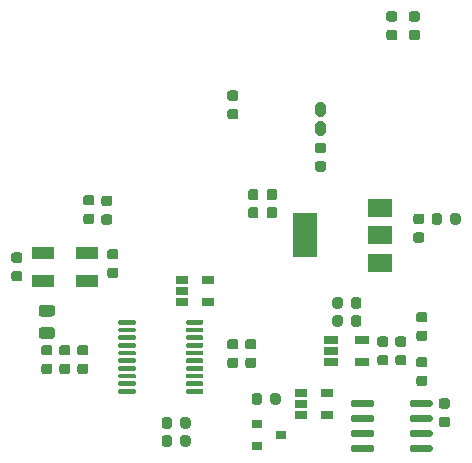
<source format=gbr>
%TF.GenerationSoftware,KiCad,Pcbnew,5.1.6*%
%TF.CreationDate,2020-09-04T20:47:42+02:00*%
%TF.ProjectId,JBC_Nano_Hardware,4a42435f-4e61-46e6-9f5f-486172647761,rev?*%
%TF.SameCoordinates,Original*%
%TF.FileFunction,Paste,Top*%
%TF.FilePolarity,Positive*%
%FSLAX46Y46*%
G04 Gerber Fmt 4.6, Leading zero omitted, Abs format (unit mm)*
G04 Created by KiCad (PCBNEW 5.1.6) date 2020-09-04 20:47:42*
%MOMM*%
%LPD*%
G01*
G04 APERTURE LIST*
%ADD10R,1.220000X0.650000*%
%ADD11R,1.900000X1.100000*%
%ADD12R,0.900000X0.800000*%
%ADD13R,1.060000X0.650000*%
%ADD14R,2.000000X3.800000*%
%ADD15R,2.000000X1.500000*%
G04 APERTURE END LIST*
%TO.C,C1*%
G36*
G01*
X42161750Y-59252500D02*
X42674250Y-59252500D01*
G75*
G02*
X42893000Y-59471250I0J-218750D01*
G01*
X42893000Y-59908750D01*
G75*
G02*
X42674250Y-60127500I-218750J0D01*
G01*
X42161750Y-60127500D01*
G75*
G02*
X41943000Y-59908750I0J218750D01*
G01*
X41943000Y-59471250D01*
G75*
G02*
X42161750Y-59252500I218750J0D01*
G01*
G37*
G36*
G01*
X42161750Y-57677500D02*
X42674250Y-57677500D01*
G75*
G02*
X42893000Y-57896250I0J-218750D01*
G01*
X42893000Y-58333750D01*
G75*
G02*
X42674250Y-58552500I-218750J0D01*
G01*
X42161750Y-58552500D01*
G75*
G02*
X41943000Y-58333750I0J218750D01*
G01*
X41943000Y-57896250D01*
G75*
G02*
X42161750Y-57677500I218750J0D01*
G01*
G37*
%TD*%
%TO.C,C2*%
G36*
G01*
X43685750Y-57677500D02*
X44198250Y-57677500D01*
G75*
G02*
X44417000Y-57896250I0J-218750D01*
G01*
X44417000Y-58333750D01*
G75*
G02*
X44198250Y-58552500I-218750J0D01*
G01*
X43685750Y-58552500D01*
G75*
G02*
X43467000Y-58333750I0J218750D01*
G01*
X43467000Y-57896250D01*
G75*
G02*
X43685750Y-57677500I218750J0D01*
G01*
G37*
G36*
G01*
X43685750Y-59252500D02*
X44198250Y-59252500D01*
G75*
G02*
X44417000Y-59471250I0J-218750D01*
G01*
X44417000Y-59908750D01*
G75*
G02*
X44198250Y-60127500I-218750J0D01*
G01*
X43685750Y-60127500D01*
G75*
G02*
X43467000Y-59908750I0J218750D01*
G01*
X43467000Y-59471250D01*
G75*
G02*
X43685750Y-59252500I218750J0D01*
G01*
G37*
%TD*%
%TO.C,C3*%
G36*
G01*
X32001750Y-51632500D02*
X32514250Y-51632500D01*
G75*
G02*
X32733000Y-51851250I0J-218750D01*
G01*
X32733000Y-52288750D01*
G75*
G02*
X32514250Y-52507500I-218750J0D01*
G01*
X32001750Y-52507500D01*
G75*
G02*
X31783000Y-52288750I0J218750D01*
G01*
X31783000Y-51851250D01*
G75*
G02*
X32001750Y-51632500I218750J0D01*
G01*
G37*
G36*
G01*
X32001750Y-50057500D02*
X32514250Y-50057500D01*
G75*
G02*
X32733000Y-50276250I0J-218750D01*
G01*
X32733000Y-50713750D01*
G75*
G02*
X32514250Y-50932500I-218750J0D01*
G01*
X32001750Y-50932500D01*
G75*
G02*
X31783000Y-50713750I0J218750D01*
G01*
X31783000Y-50276250D01*
G75*
G02*
X32001750Y-50057500I218750J0D01*
G01*
G37*
%TD*%
%TO.C,C4*%
G36*
G01*
X56136250Y-30790500D02*
X55623750Y-30790500D01*
G75*
G02*
X55405000Y-30571750I0J218750D01*
G01*
X55405000Y-30134250D01*
G75*
G02*
X55623750Y-29915500I218750J0D01*
G01*
X56136250Y-29915500D01*
G75*
G02*
X56355000Y-30134250I0J-218750D01*
G01*
X56355000Y-30571750D01*
G75*
G02*
X56136250Y-30790500I-218750J0D01*
G01*
G37*
G36*
G01*
X56136250Y-32365500D02*
X55623750Y-32365500D01*
G75*
G02*
X55405000Y-32146750I0J218750D01*
G01*
X55405000Y-31709250D01*
G75*
G02*
X55623750Y-31490500I218750J0D01*
G01*
X56136250Y-31490500D01*
G75*
G02*
X56355000Y-31709250I0J-218750D01*
G01*
X56355000Y-32146750D01*
G75*
G02*
X56136250Y-32365500I-218750J0D01*
G01*
G37*
%TD*%
%TO.C,C5*%
G36*
G01*
X29461750Y-58185500D02*
X29974250Y-58185500D01*
G75*
G02*
X30193000Y-58404250I0J-218750D01*
G01*
X30193000Y-58841750D01*
G75*
G02*
X29974250Y-59060500I-218750J0D01*
G01*
X29461750Y-59060500D01*
G75*
G02*
X29243000Y-58841750I0J218750D01*
G01*
X29243000Y-58404250D01*
G75*
G02*
X29461750Y-58185500I218750J0D01*
G01*
G37*
G36*
G01*
X29461750Y-59760500D02*
X29974250Y-59760500D01*
G75*
G02*
X30193000Y-59979250I0J-218750D01*
G01*
X30193000Y-60416750D01*
G75*
G02*
X29974250Y-60635500I-218750J0D01*
G01*
X29461750Y-60635500D01*
G75*
G02*
X29243000Y-60416750I0J218750D01*
G01*
X29243000Y-59979250D01*
G75*
G02*
X29461750Y-59760500I218750J0D01*
G01*
G37*
%TD*%
%TO.C,C6*%
G36*
G01*
X24386250Y-52787000D02*
X23873750Y-52787000D01*
G75*
G02*
X23655000Y-52568250I0J218750D01*
G01*
X23655000Y-52130750D01*
G75*
G02*
X23873750Y-51912000I218750J0D01*
G01*
X24386250Y-51912000D01*
G75*
G02*
X24605000Y-52130750I0J-218750D01*
G01*
X24605000Y-52568250D01*
G75*
G02*
X24386250Y-52787000I-218750J0D01*
G01*
G37*
G36*
G01*
X24386250Y-51212000D02*
X23873750Y-51212000D01*
G75*
G02*
X23655000Y-50993250I0J218750D01*
G01*
X23655000Y-50555750D01*
G75*
G02*
X23873750Y-50337000I218750J0D01*
G01*
X24386250Y-50337000D01*
G75*
G02*
X24605000Y-50555750I0J-218750D01*
G01*
X24605000Y-50993250D01*
G75*
G02*
X24386250Y-51212000I-218750J0D01*
G01*
G37*
%TD*%
%TO.C,C7*%
G36*
G01*
X58041250Y-30790500D02*
X57528750Y-30790500D01*
G75*
G02*
X57310000Y-30571750I0J218750D01*
G01*
X57310000Y-30134250D01*
G75*
G02*
X57528750Y-29915500I218750J0D01*
G01*
X58041250Y-29915500D01*
G75*
G02*
X58260000Y-30134250I0J-218750D01*
G01*
X58260000Y-30571750D01*
G75*
G02*
X58041250Y-30790500I-218750J0D01*
G01*
G37*
G36*
G01*
X58041250Y-32365500D02*
X57528750Y-32365500D01*
G75*
G02*
X57310000Y-32146750I0J218750D01*
G01*
X57310000Y-31709250D01*
G75*
G02*
X57528750Y-31490500I218750J0D01*
G01*
X58041250Y-31490500D01*
G75*
G02*
X58260000Y-31709250I0J-218750D01*
G01*
X58260000Y-32146750D01*
G75*
G02*
X58041250Y-32365500I-218750J0D01*
G01*
G37*
%TD*%
%TO.C,C8*%
G36*
G01*
X27937750Y-59760500D02*
X28450250Y-59760500D01*
G75*
G02*
X28669000Y-59979250I0J-218750D01*
G01*
X28669000Y-60416750D01*
G75*
G02*
X28450250Y-60635500I-218750J0D01*
G01*
X27937750Y-60635500D01*
G75*
G02*
X27719000Y-60416750I0J218750D01*
G01*
X27719000Y-59979250D01*
G75*
G02*
X27937750Y-59760500I218750J0D01*
G01*
G37*
G36*
G01*
X27937750Y-58185500D02*
X28450250Y-58185500D01*
G75*
G02*
X28669000Y-58404250I0J-218750D01*
G01*
X28669000Y-58841750D01*
G75*
G02*
X28450250Y-59060500I-218750J0D01*
G01*
X27937750Y-59060500D01*
G75*
G02*
X27719000Y-58841750I0J218750D01*
G01*
X27719000Y-58404250D01*
G75*
G02*
X27937750Y-58185500I218750J0D01*
G01*
G37*
%TD*%
%TO.C,C10*%
G36*
G01*
X26413750Y-58185500D02*
X26926250Y-58185500D01*
G75*
G02*
X27145000Y-58404250I0J-218750D01*
G01*
X27145000Y-58841750D01*
G75*
G02*
X26926250Y-59060500I-218750J0D01*
G01*
X26413750Y-59060500D01*
G75*
G02*
X26195000Y-58841750I0J218750D01*
G01*
X26195000Y-58404250D01*
G75*
G02*
X26413750Y-58185500I218750J0D01*
G01*
G37*
G36*
G01*
X26413750Y-59760500D02*
X26926250Y-59760500D01*
G75*
G02*
X27145000Y-59979250I0J-218750D01*
G01*
X27145000Y-60416750D01*
G75*
G02*
X26926250Y-60635500I-218750J0D01*
G01*
X26413750Y-60635500D01*
G75*
G02*
X26195000Y-60416750I0J218750D01*
G01*
X26195000Y-59979250D01*
G75*
G02*
X26413750Y-59760500I218750J0D01*
G01*
G37*
%TD*%
%TO.C,C11*%
G36*
G01*
X44580000Y-46709750D02*
X44580000Y-47222250D01*
G75*
G02*
X44361250Y-47441000I-218750J0D01*
G01*
X43923750Y-47441000D01*
G75*
G02*
X43705000Y-47222250I0J218750D01*
G01*
X43705000Y-46709750D01*
G75*
G02*
X43923750Y-46491000I218750J0D01*
G01*
X44361250Y-46491000D01*
G75*
G02*
X44580000Y-46709750I0J-218750D01*
G01*
G37*
G36*
G01*
X46155000Y-46709750D02*
X46155000Y-47222250D01*
G75*
G02*
X45936250Y-47441000I-218750J0D01*
G01*
X45498750Y-47441000D01*
G75*
G02*
X45280000Y-47222250I0J218750D01*
G01*
X45280000Y-46709750D01*
G75*
G02*
X45498750Y-46491000I218750J0D01*
G01*
X45936250Y-46491000D01*
G75*
G02*
X46155000Y-46709750I0J-218750D01*
G01*
G37*
%TD*%
%TO.C,C12*%
G36*
G01*
X46155000Y-45185750D02*
X46155000Y-45698250D01*
G75*
G02*
X45936250Y-45917000I-218750J0D01*
G01*
X45498750Y-45917000D01*
G75*
G02*
X45280000Y-45698250I0J218750D01*
G01*
X45280000Y-45185750D01*
G75*
G02*
X45498750Y-44967000I218750J0D01*
G01*
X45936250Y-44967000D01*
G75*
G02*
X46155000Y-45185750I0J-218750D01*
G01*
G37*
G36*
G01*
X44580000Y-45185750D02*
X44580000Y-45698250D01*
G75*
G02*
X44361250Y-45917000I-218750J0D01*
G01*
X43923750Y-45917000D01*
G75*
G02*
X43705000Y-45698250I0J218750D01*
G01*
X43705000Y-45185750D01*
G75*
G02*
X43923750Y-44967000I218750J0D01*
G01*
X44361250Y-44967000D01*
G75*
G02*
X44580000Y-45185750I0J-218750D01*
G01*
G37*
%TD*%
%TO.C,C14*%
G36*
G01*
X46462500Y-62481750D02*
X46462500Y-62994250D01*
G75*
G02*
X46243750Y-63213000I-218750J0D01*
G01*
X45806250Y-63213000D01*
G75*
G02*
X45587500Y-62994250I0J218750D01*
G01*
X45587500Y-62481750D01*
G75*
G02*
X45806250Y-62263000I218750J0D01*
G01*
X46243750Y-62263000D01*
G75*
G02*
X46462500Y-62481750I0J-218750D01*
G01*
G37*
G36*
G01*
X44887500Y-62481750D02*
X44887500Y-62994250D01*
G75*
G02*
X44668750Y-63213000I-218750J0D01*
G01*
X44231250Y-63213000D01*
G75*
G02*
X44012500Y-62994250I0J218750D01*
G01*
X44012500Y-62481750D01*
G75*
G02*
X44231250Y-62263000I218750J0D01*
G01*
X44668750Y-62263000D01*
G75*
G02*
X44887500Y-62481750I0J-218750D01*
G01*
G37*
%TD*%
%TO.C,C15*%
G36*
G01*
X53295000Y-55877750D02*
X53295000Y-56390250D01*
G75*
G02*
X53076250Y-56609000I-218750J0D01*
G01*
X52638750Y-56609000D01*
G75*
G02*
X52420000Y-56390250I0J218750D01*
G01*
X52420000Y-55877750D01*
G75*
G02*
X52638750Y-55659000I218750J0D01*
G01*
X53076250Y-55659000D01*
G75*
G02*
X53295000Y-55877750I0J-218750D01*
G01*
G37*
G36*
G01*
X51720000Y-55877750D02*
X51720000Y-56390250D01*
G75*
G02*
X51501250Y-56609000I-218750J0D01*
G01*
X51063750Y-56609000D01*
G75*
G02*
X50845000Y-56390250I0J218750D01*
G01*
X50845000Y-55877750D01*
G75*
G02*
X51063750Y-55659000I218750J0D01*
G01*
X51501250Y-55659000D01*
G75*
G02*
X51720000Y-55877750I0J-218750D01*
G01*
G37*
%TD*%
%TO.C,C16*%
G36*
G01*
X51720000Y-54353750D02*
X51720000Y-54866250D01*
G75*
G02*
X51501250Y-55085000I-218750J0D01*
G01*
X51063750Y-55085000D01*
G75*
G02*
X50845000Y-54866250I0J218750D01*
G01*
X50845000Y-54353750D01*
G75*
G02*
X51063750Y-54135000I218750J0D01*
G01*
X51501250Y-54135000D01*
G75*
G02*
X51720000Y-54353750I0J-218750D01*
G01*
G37*
G36*
G01*
X53295000Y-54353750D02*
X53295000Y-54866250D01*
G75*
G02*
X53076250Y-55085000I-218750J0D01*
G01*
X52638750Y-55085000D01*
G75*
G02*
X52420000Y-54866250I0J218750D01*
G01*
X52420000Y-54353750D01*
G75*
G02*
X52638750Y-54135000I218750J0D01*
G01*
X53076250Y-54135000D01*
G75*
G02*
X53295000Y-54353750I0J-218750D01*
G01*
G37*
%TD*%
%TO.C,C13*%
G36*
G01*
X36392500Y-65026250D02*
X36392500Y-64513750D01*
G75*
G02*
X36611250Y-64295000I218750J0D01*
G01*
X37048750Y-64295000D01*
G75*
G02*
X37267500Y-64513750I0J-218750D01*
G01*
X37267500Y-65026250D01*
G75*
G02*
X37048750Y-65245000I-218750J0D01*
G01*
X36611250Y-65245000D01*
G75*
G02*
X36392500Y-65026250I0J218750D01*
G01*
G37*
G36*
G01*
X37967500Y-65026250D02*
X37967500Y-64513750D01*
G75*
G02*
X38186250Y-64295000I218750J0D01*
G01*
X38623750Y-64295000D01*
G75*
G02*
X38842500Y-64513750I0J-218750D01*
G01*
X38842500Y-65026250D01*
G75*
G02*
X38623750Y-65245000I-218750J0D01*
G01*
X38186250Y-65245000D01*
G75*
G02*
X37967500Y-65026250I0J218750D01*
G01*
G37*
%TD*%
%TO.C,D1*%
G36*
G01*
X58163750Y-55391500D02*
X58676250Y-55391500D01*
G75*
G02*
X58895000Y-55610250I0J-218750D01*
G01*
X58895000Y-56047750D01*
G75*
G02*
X58676250Y-56266500I-218750J0D01*
G01*
X58163750Y-56266500D01*
G75*
G02*
X57945000Y-56047750I0J218750D01*
G01*
X57945000Y-55610250D01*
G75*
G02*
X58163750Y-55391500I218750J0D01*
G01*
G37*
G36*
G01*
X58163750Y-56966500D02*
X58676250Y-56966500D01*
G75*
G02*
X58895000Y-57185250I0J-218750D01*
G01*
X58895000Y-57622750D01*
G75*
G02*
X58676250Y-57841500I-218750J0D01*
G01*
X58163750Y-57841500D01*
G75*
G02*
X57945000Y-57622750I0J218750D01*
G01*
X57945000Y-57185250D01*
G75*
G02*
X58163750Y-56966500I218750J0D01*
G01*
G37*
%TD*%
%TO.C,L1*%
G36*
G01*
X26213750Y-56662500D02*
X27126250Y-56662500D01*
G75*
G02*
X27370000Y-56906250I0J-243750D01*
G01*
X27370000Y-57393750D01*
G75*
G02*
X27126250Y-57637500I-243750J0D01*
G01*
X26213750Y-57637500D01*
G75*
G02*
X25970000Y-57393750I0J243750D01*
G01*
X25970000Y-56906250D01*
G75*
G02*
X26213750Y-56662500I243750J0D01*
G01*
G37*
G36*
G01*
X26213750Y-54787500D02*
X27126250Y-54787500D01*
G75*
G02*
X27370000Y-55031250I0J-243750D01*
G01*
X27370000Y-55518750D01*
G75*
G02*
X27126250Y-55762500I-243750J0D01*
G01*
X26213750Y-55762500D01*
G75*
G02*
X25970000Y-55518750I0J243750D01*
G01*
X25970000Y-55031250D01*
G75*
G02*
X26213750Y-54787500I243750J0D01*
G01*
G37*
%TD*%
%TO.C,Q1*%
G36*
G01*
X59330000Y-66779000D02*
X59330000Y-67079000D01*
G75*
G02*
X59180000Y-67229000I-150000J0D01*
G01*
X57530000Y-67229000D01*
G75*
G02*
X57380000Y-67079000I0J150000D01*
G01*
X57380000Y-66779000D01*
G75*
G02*
X57530000Y-66629000I150000J0D01*
G01*
X59180000Y-66629000D01*
G75*
G02*
X59330000Y-66779000I0J-150000D01*
G01*
G37*
G36*
G01*
X59330000Y-65509000D02*
X59330000Y-65809000D01*
G75*
G02*
X59180000Y-65959000I-150000J0D01*
G01*
X57530000Y-65959000D01*
G75*
G02*
X57380000Y-65809000I0J150000D01*
G01*
X57380000Y-65509000D01*
G75*
G02*
X57530000Y-65359000I150000J0D01*
G01*
X59180000Y-65359000D01*
G75*
G02*
X59330000Y-65509000I0J-150000D01*
G01*
G37*
G36*
G01*
X59330000Y-64239000D02*
X59330000Y-64539000D01*
G75*
G02*
X59180000Y-64689000I-150000J0D01*
G01*
X57530000Y-64689000D01*
G75*
G02*
X57380000Y-64539000I0J150000D01*
G01*
X57380000Y-64239000D01*
G75*
G02*
X57530000Y-64089000I150000J0D01*
G01*
X59180000Y-64089000D01*
G75*
G02*
X59330000Y-64239000I0J-150000D01*
G01*
G37*
G36*
G01*
X59330000Y-62969000D02*
X59330000Y-63269000D01*
G75*
G02*
X59180000Y-63419000I-150000J0D01*
G01*
X57530000Y-63419000D01*
G75*
G02*
X57380000Y-63269000I0J150000D01*
G01*
X57380000Y-62969000D01*
G75*
G02*
X57530000Y-62819000I150000J0D01*
G01*
X59180000Y-62819000D01*
G75*
G02*
X59330000Y-62969000I0J-150000D01*
G01*
G37*
G36*
G01*
X54380000Y-62969000D02*
X54380000Y-63269000D01*
G75*
G02*
X54230000Y-63419000I-150000J0D01*
G01*
X52580000Y-63419000D01*
G75*
G02*
X52430000Y-63269000I0J150000D01*
G01*
X52430000Y-62969000D01*
G75*
G02*
X52580000Y-62819000I150000J0D01*
G01*
X54230000Y-62819000D01*
G75*
G02*
X54380000Y-62969000I0J-150000D01*
G01*
G37*
G36*
G01*
X54380000Y-64239000D02*
X54380000Y-64539000D01*
G75*
G02*
X54230000Y-64689000I-150000J0D01*
G01*
X52580000Y-64689000D01*
G75*
G02*
X52430000Y-64539000I0J150000D01*
G01*
X52430000Y-64239000D01*
G75*
G02*
X52580000Y-64089000I150000J0D01*
G01*
X54230000Y-64089000D01*
G75*
G02*
X54380000Y-64239000I0J-150000D01*
G01*
G37*
G36*
G01*
X54380000Y-65509000D02*
X54380000Y-65809000D01*
G75*
G02*
X54230000Y-65959000I-150000J0D01*
G01*
X52580000Y-65959000D01*
G75*
G02*
X52430000Y-65809000I0J150000D01*
G01*
X52430000Y-65509000D01*
G75*
G02*
X52580000Y-65359000I150000J0D01*
G01*
X54230000Y-65359000D01*
G75*
G02*
X54380000Y-65509000I0J-150000D01*
G01*
G37*
G36*
G01*
X54380000Y-66779000D02*
X54380000Y-67079000D01*
G75*
G02*
X54230000Y-67229000I-150000J0D01*
G01*
X52580000Y-67229000D01*
G75*
G02*
X52430000Y-67079000I0J150000D01*
G01*
X52430000Y-66779000D01*
G75*
G02*
X52580000Y-66629000I150000J0D01*
G01*
X54230000Y-66629000D01*
G75*
G02*
X54380000Y-66779000I0J-150000D01*
G01*
G37*
%TD*%
%TO.C,R1*%
G36*
G01*
X60068750Y-64256500D02*
X60581250Y-64256500D01*
G75*
G02*
X60800000Y-64475250I0J-218750D01*
G01*
X60800000Y-64912750D01*
G75*
G02*
X60581250Y-65131500I-218750J0D01*
G01*
X60068750Y-65131500D01*
G75*
G02*
X59850000Y-64912750I0J218750D01*
G01*
X59850000Y-64475250D01*
G75*
G02*
X60068750Y-64256500I218750J0D01*
G01*
G37*
G36*
G01*
X60068750Y-62681500D02*
X60581250Y-62681500D01*
G75*
G02*
X60800000Y-62900250I0J-218750D01*
G01*
X60800000Y-63337750D01*
G75*
G02*
X60581250Y-63556500I-218750J0D01*
G01*
X60068750Y-63556500D01*
G75*
G02*
X59850000Y-63337750I0J218750D01*
G01*
X59850000Y-62900250D01*
G75*
G02*
X60068750Y-62681500I218750J0D01*
G01*
G37*
%TD*%
%TO.C,R3*%
G36*
G01*
X58163750Y-59201500D02*
X58676250Y-59201500D01*
G75*
G02*
X58895000Y-59420250I0J-218750D01*
G01*
X58895000Y-59857750D01*
G75*
G02*
X58676250Y-60076500I-218750J0D01*
G01*
X58163750Y-60076500D01*
G75*
G02*
X57945000Y-59857750I0J218750D01*
G01*
X57945000Y-59420250D01*
G75*
G02*
X58163750Y-59201500I218750J0D01*
G01*
G37*
G36*
G01*
X58163750Y-60776500D02*
X58676250Y-60776500D01*
G75*
G02*
X58895000Y-60995250I0J-218750D01*
G01*
X58895000Y-61432750D01*
G75*
G02*
X58676250Y-61651500I-218750J0D01*
G01*
X58163750Y-61651500D01*
G75*
G02*
X57945000Y-61432750I0J218750D01*
G01*
X57945000Y-60995250D01*
G75*
G02*
X58163750Y-60776500I218750J0D01*
G01*
G37*
%TD*%
%TO.C,R5*%
G36*
G01*
X54861750Y-59024000D02*
X55374250Y-59024000D01*
G75*
G02*
X55593000Y-59242750I0J-218750D01*
G01*
X55593000Y-59680250D01*
G75*
G02*
X55374250Y-59899000I-218750J0D01*
G01*
X54861750Y-59899000D01*
G75*
G02*
X54643000Y-59680250I0J218750D01*
G01*
X54643000Y-59242750D01*
G75*
G02*
X54861750Y-59024000I218750J0D01*
G01*
G37*
G36*
G01*
X54861750Y-57449000D02*
X55374250Y-57449000D01*
G75*
G02*
X55593000Y-57667750I0J-218750D01*
G01*
X55593000Y-58105250D01*
G75*
G02*
X55374250Y-58324000I-218750J0D01*
G01*
X54861750Y-58324000D01*
G75*
G02*
X54643000Y-58105250I0J218750D01*
G01*
X54643000Y-57667750D01*
G75*
G02*
X54861750Y-57449000I218750J0D01*
G01*
G37*
%TD*%
%TO.C,R6*%
G36*
G01*
X56898250Y-59899000D02*
X56385750Y-59899000D01*
G75*
G02*
X56167000Y-59680250I0J218750D01*
G01*
X56167000Y-59242750D01*
G75*
G02*
X56385750Y-59024000I218750J0D01*
G01*
X56898250Y-59024000D01*
G75*
G02*
X57117000Y-59242750I0J-218750D01*
G01*
X57117000Y-59680250D01*
G75*
G02*
X56898250Y-59899000I-218750J0D01*
G01*
G37*
G36*
G01*
X56898250Y-58324000D02*
X56385750Y-58324000D01*
G75*
G02*
X56167000Y-58105250I0J218750D01*
G01*
X56167000Y-57667750D01*
G75*
G02*
X56385750Y-57449000I218750J0D01*
G01*
X56898250Y-57449000D01*
G75*
G02*
X57117000Y-57667750I0J-218750D01*
G01*
X57117000Y-58105250D01*
G75*
G02*
X56898250Y-58324000I-218750J0D01*
G01*
G37*
%TD*%
%TO.C,R2*%
G36*
G01*
X36392500Y-66550250D02*
X36392500Y-66037750D01*
G75*
G02*
X36611250Y-65819000I218750J0D01*
G01*
X37048750Y-65819000D01*
G75*
G02*
X37267500Y-66037750I0J-218750D01*
G01*
X37267500Y-66550250D01*
G75*
G02*
X37048750Y-66769000I-218750J0D01*
G01*
X36611250Y-66769000D01*
G75*
G02*
X36392500Y-66550250I0J218750D01*
G01*
G37*
G36*
G01*
X37967500Y-66550250D02*
X37967500Y-66037750D01*
G75*
G02*
X38186250Y-65819000I218750J0D01*
G01*
X38623750Y-65819000D01*
G75*
G02*
X38842500Y-66037750I0J-218750D01*
G01*
X38842500Y-66550250D01*
G75*
G02*
X38623750Y-66769000I-218750J0D01*
G01*
X38186250Y-66769000D01*
G75*
G02*
X37967500Y-66550250I0J218750D01*
G01*
G37*
%TD*%
%TO.C,R7*%
G36*
G01*
X58422250Y-49510500D02*
X57909750Y-49510500D01*
G75*
G02*
X57691000Y-49291750I0J218750D01*
G01*
X57691000Y-48854250D01*
G75*
G02*
X57909750Y-48635500I218750J0D01*
G01*
X58422250Y-48635500D01*
G75*
G02*
X58641000Y-48854250I0J-218750D01*
G01*
X58641000Y-49291750D01*
G75*
G02*
X58422250Y-49510500I-218750J0D01*
G01*
G37*
G36*
G01*
X58422250Y-47935500D02*
X57909750Y-47935500D01*
G75*
G02*
X57691000Y-47716750I0J218750D01*
G01*
X57691000Y-47279250D01*
G75*
G02*
X57909750Y-47060500I218750J0D01*
G01*
X58422250Y-47060500D01*
G75*
G02*
X58641000Y-47279250I0J-218750D01*
G01*
X58641000Y-47716750D01*
G75*
G02*
X58422250Y-47935500I-218750J0D01*
G01*
G37*
%TD*%
%TO.C,R8*%
G36*
G01*
X60827500Y-47754250D02*
X60827500Y-47241750D01*
G75*
G02*
X61046250Y-47023000I218750J0D01*
G01*
X61483750Y-47023000D01*
G75*
G02*
X61702500Y-47241750I0J-218750D01*
G01*
X61702500Y-47754250D01*
G75*
G02*
X61483750Y-47973000I-218750J0D01*
G01*
X61046250Y-47973000D01*
G75*
G02*
X60827500Y-47754250I0J218750D01*
G01*
G37*
G36*
G01*
X59252500Y-47754250D02*
X59252500Y-47241750D01*
G75*
G02*
X59471250Y-47023000I218750J0D01*
G01*
X59908750Y-47023000D01*
G75*
G02*
X60127500Y-47241750I0J-218750D01*
G01*
X60127500Y-47754250D01*
G75*
G02*
X59908750Y-47973000I-218750J0D01*
G01*
X59471250Y-47973000D01*
G75*
G02*
X59252500Y-47754250I0J218750D01*
G01*
G37*
%TD*%
%TO.C,R9*%
G36*
G01*
X31493750Y-47111500D02*
X32006250Y-47111500D01*
G75*
G02*
X32225000Y-47330250I0J-218750D01*
G01*
X32225000Y-47767750D01*
G75*
G02*
X32006250Y-47986500I-218750J0D01*
G01*
X31493750Y-47986500D01*
G75*
G02*
X31275000Y-47767750I0J218750D01*
G01*
X31275000Y-47330250D01*
G75*
G02*
X31493750Y-47111500I218750J0D01*
G01*
G37*
G36*
G01*
X31493750Y-45536500D02*
X32006250Y-45536500D01*
G75*
G02*
X32225000Y-45755250I0J-218750D01*
G01*
X32225000Y-46192750D01*
G75*
G02*
X32006250Y-46411500I-218750J0D01*
G01*
X31493750Y-46411500D01*
G75*
G02*
X31275000Y-46192750I0J218750D01*
G01*
X31275000Y-45755250D01*
G75*
G02*
X31493750Y-45536500I218750J0D01*
G01*
G37*
%TD*%
%TO.C,R10*%
G36*
G01*
X30482250Y-47935500D02*
X29969750Y-47935500D01*
G75*
G02*
X29751000Y-47716750I0J218750D01*
G01*
X29751000Y-47279250D01*
G75*
G02*
X29969750Y-47060500I218750J0D01*
G01*
X30482250Y-47060500D01*
G75*
G02*
X30701000Y-47279250I0J-218750D01*
G01*
X30701000Y-47716750D01*
G75*
G02*
X30482250Y-47935500I-218750J0D01*
G01*
G37*
G36*
G01*
X30482250Y-46360500D02*
X29969750Y-46360500D01*
G75*
G02*
X29751000Y-46141750I0J218750D01*
G01*
X29751000Y-45704250D01*
G75*
G02*
X29969750Y-45485500I218750J0D01*
G01*
X30482250Y-45485500D01*
G75*
G02*
X30701000Y-45704250I0J-218750D01*
G01*
X30701000Y-46141750D01*
G75*
G02*
X30482250Y-46360500I-218750J0D01*
G01*
G37*
%TD*%
%TO.C,U1*%
G36*
G01*
X32722000Y-56357000D02*
X32722000Y-56157000D01*
G75*
G02*
X32822000Y-56057000I100000J0D01*
G01*
X34097000Y-56057000D01*
G75*
G02*
X34197000Y-56157000I0J-100000D01*
G01*
X34197000Y-56357000D01*
G75*
G02*
X34097000Y-56457000I-100000J0D01*
G01*
X32822000Y-56457000D01*
G75*
G02*
X32722000Y-56357000I0J100000D01*
G01*
G37*
G36*
G01*
X32722000Y-57007000D02*
X32722000Y-56807000D01*
G75*
G02*
X32822000Y-56707000I100000J0D01*
G01*
X34097000Y-56707000D01*
G75*
G02*
X34197000Y-56807000I0J-100000D01*
G01*
X34197000Y-57007000D01*
G75*
G02*
X34097000Y-57107000I-100000J0D01*
G01*
X32822000Y-57107000D01*
G75*
G02*
X32722000Y-57007000I0J100000D01*
G01*
G37*
G36*
G01*
X32722000Y-57657000D02*
X32722000Y-57457000D01*
G75*
G02*
X32822000Y-57357000I100000J0D01*
G01*
X34097000Y-57357000D01*
G75*
G02*
X34197000Y-57457000I0J-100000D01*
G01*
X34197000Y-57657000D01*
G75*
G02*
X34097000Y-57757000I-100000J0D01*
G01*
X32822000Y-57757000D01*
G75*
G02*
X32722000Y-57657000I0J100000D01*
G01*
G37*
G36*
G01*
X32722000Y-58307000D02*
X32722000Y-58107000D01*
G75*
G02*
X32822000Y-58007000I100000J0D01*
G01*
X34097000Y-58007000D01*
G75*
G02*
X34197000Y-58107000I0J-100000D01*
G01*
X34197000Y-58307000D01*
G75*
G02*
X34097000Y-58407000I-100000J0D01*
G01*
X32822000Y-58407000D01*
G75*
G02*
X32722000Y-58307000I0J100000D01*
G01*
G37*
G36*
G01*
X32722000Y-58957000D02*
X32722000Y-58757000D01*
G75*
G02*
X32822000Y-58657000I100000J0D01*
G01*
X34097000Y-58657000D01*
G75*
G02*
X34197000Y-58757000I0J-100000D01*
G01*
X34197000Y-58957000D01*
G75*
G02*
X34097000Y-59057000I-100000J0D01*
G01*
X32822000Y-59057000D01*
G75*
G02*
X32722000Y-58957000I0J100000D01*
G01*
G37*
G36*
G01*
X32722000Y-59607000D02*
X32722000Y-59407000D01*
G75*
G02*
X32822000Y-59307000I100000J0D01*
G01*
X34097000Y-59307000D01*
G75*
G02*
X34197000Y-59407000I0J-100000D01*
G01*
X34197000Y-59607000D01*
G75*
G02*
X34097000Y-59707000I-100000J0D01*
G01*
X32822000Y-59707000D01*
G75*
G02*
X32722000Y-59607000I0J100000D01*
G01*
G37*
G36*
G01*
X32722000Y-60257000D02*
X32722000Y-60057000D01*
G75*
G02*
X32822000Y-59957000I100000J0D01*
G01*
X34097000Y-59957000D01*
G75*
G02*
X34197000Y-60057000I0J-100000D01*
G01*
X34197000Y-60257000D01*
G75*
G02*
X34097000Y-60357000I-100000J0D01*
G01*
X32822000Y-60357000D01*
G75*
G02*
X32722000Y-60257000I0J100000D01*
G01*
G37*
G36*
G01*
X32722000Y-60907000D02*
X32722000Y-60707000D01*
G75*
G02*
X32822000Y-60607000I100000J0D01*
G01*
X34097000Y-60607000D01*
G75*
G02*
X34197000Y-60707000I0J-100000D01*
G01*
X34197000Y-60907000D01*
G75*
G02*
X34097000Y-61007000I-100000J0D01*
G01*
X32822000Y-61007000D01*
G75*
G02*
X32722000Y-60907000I0J100000D01*
G01*
G37*
G36*
G01*
X32722000Y-61557000D02*
X32722000Y-61357000D01*
G75*
G02*
X32822000Y-61257000I100000J0D01*
G01*
X34097000Y-61257000D01*
G75*
G02*
X34197000Y-61357000I0J-100000D01*
G01*
X34197000Y-61557000D01*
G75*
G02*
X34097000Y-61657000I-100000J0D01*
G01*
X32822000Y-61657000D01*
G75*
G02*
X32722000Y-61557000I0J100000D01*
G01*
G37*
G36*
G01*
X32722000Y-62207000D02*
X32722000Y-62007000D01*
G75*
G02*
X32822000Y-61907000I100000J0D01*
G01*
X34097000Y-61907000D01*
G75*
G02*
X34197000Y-62007000I0J-100000D01*
G01*
X34197000Y-62207000D01*
G75*
G02*
X34097000Y-62307000I-100000J0D01*
G01*
X32822000Y-62307000D01*
G75*
G02*
X32722000Y-62207000I0J100000D01*
G01*
G37*
G36*
G01*
X38447000Y-62207000D02*
X38447000Y-62007000D01*
G75*
G02*
X38547000Y-61907000I100000J0D01*
G01*
X39822000Y-61907000D01*
G75*
G02*
X39922000Y-62007000I0J-100000D01*
G01*
X39922000Y-62207000D01*
G75*
G02*
X39822000Y-62307000I-100000J0D01*
G01*
X38547000Y-62307000D01*
G75*
G02*
X38447000Y-62207000I0J100000D01*
G01*
G37*
G36*
G01*
X38447000Y-61557000D02*
X38447000Y-61357000D01*
G75*
G02*
X38547000Y-61257000I100000J0D01*
G01*
X39822000Y-61257000D01*
G75*
G02*
X39922000Y-61357000I0J-100000D01*
G01*
X39922000Y-61557000D01*
G75*
G02*
X39822000Y-61657000I-100000J0D01*
G01*
X38547000Y-61657000D01*
G75*
G02*
X38447000Y-61557000I0J100000D01*
G01*
G37*
G36*
G01*
X38447000Y-60907000D02*
X38447000Y-60707000D01*
G75*
G02*
X38547000Y-60607000I100000J0D01*
G01*
X39822000Y-60607000D01*
G75*
G02*
X39922000Y-60707000I0J-100000D01*
G01*
X39922000Y-60907000D01*
G75*
G02*
X39822000Y-61007000I-100000J0D01*
G01*
X38547000Y-61007000D01*
G75*
G02*
X38447000Y-60907000I0J100000D01*
G01*
G37*
G36*
G01*
X38447000Y-60257000D02*
X38447000Y-60057000D01*
G75*
G02*
X38547000Y-59957000I100000J0D01*
G01*
X39822000Y-59957000D01*
G75*
G02*
X39922000Y-60057000I0J-100000D01*
G01*
X39922000Y-60257000D01*
G75*
G02*
X39822000Y-60357000I-100000J0D01*
G01*
X38547000Y-60357000D01*
G75*
G02*
X38447000Y-60257000I0J100000D01*
G01*
G37*
G36*
G01*
X38447000Y-59607000D02*
X38447000Y-59407000D01*
G75*
G02*
X38547000Y-59307000I100000J0D01*
G01*
X39822000Y-59307000D01*
G75*
G02*
X39922000Y-59407000I0J-100000D01*
G01*
X39922000Y-59607000D01*
G75*
G02*
X39822000Y-59707000I-100000J0D01*
G01*
X38547000Y-59707000D01*
G75*
G02*
X38447000Y-59607000I0J100000D01*
G01*
G37*
G36*
G01*
X38447000Y-58957000D02*
X38447000Y-58757000D01*
G75*
G02*
X38547000Y-58657000I100000J0D01*
G01*
X39822000Y-58657000D01*
G75*
G02*
X39922000Y-58757000I0J-100000D01*
G01*
X39922000Y-58957000D01*
G75*
G02*
X39822000Y-59057000I-100000J0D01*
G01*
X38547000Y-59057000D01*
G75*
G02*
X38447000Y-58957000I0J100000D01*
G01*
G37*
G36*
G01*
X38447000Y-58307000D02*
X38447000Y-58107000D01*
G75*
G02*
X38547000Y-58007000I100000J0D01*
G01*
X39822000Y-58007000D01*
G75*
G02*
X39922000Y-58107000I0J-100000D01*
G01*
X39922000Y-58307000D01*
G75*
G02*
X39822000Y-58407000I-100000J0D01*
G01*
X38547000Y-58407000D01*
G75*
G02*
X38447000Y-58307000I0J100000D01*
G01*
G37*
G36*
G01*
X38447000Y-57657000D02*
X38447000Y-57457000D01*
G75*
G02*
X38547000Y-57357000I100000J0D01*
G01*
X39822000Y-57357000D01*
G75*
G02*
X39922000Y-57457000I0J-100000D01*
G01*
X39922000Y-57657000D01*
G75*
G02*
X39822000Y-57757000I-100000J0D01*
G01*
X38547000Y-57757000D01*
G75*
G02*
X38447000Y-57657000I0J100000D01*
G01*
G37*
G36*
G01*
X38447000Y-57007000D02*
X38447000Y-56807000D01*
G75*
G02*
X38547000Y-56707000I100000J0D01*
G01*
X39822000Y-56707000D01*
G75*
G02*
X39922000Y-56807000I0J-100000D01*
G01*
X39922000Y-57007000D01*
G75*
G02*
X39822000Y-57107000I-100000J0D01*
G01*
X38547000Y-57107000D01*
G75*
G02*
X38447000Y-57007000I0J100000D01*
G01*
G37*
G36*
G01*
X38447000Y-56357000D02*
X38447000Y-56157000D01*
G75*
G02*
X38547000Y-56057000I100000J0D01*
G01*
X39822000Y-56057000D01*
G75*
G02*
X39922000Y-56157000I0J-100000D01*
G01*
X39922000Y-56357000D01*
G75*
G02*
X39822000Y-56457000I-100000J0D01*
G01*
X38547000Y-56457000D01*
G75*
G02*
X38447000Y-56357000I0J100000D01*
G01*
G37*
%TD*%
D10*
%TO.C,U4*%
X50760000Y-57724000D03*
X50760000Y-58674000D03*
X50760000Y-59624000D03*
X53380000Y-59624000D03*
X53380000Y-57724000D03*
%TD*%
D11*
%TO.C,Y1*%
X30044000Y-50412000D03*
X26344000Y-50412000D03*
X26344000Y-52712000D03*
X30044000Y-52712000D03*
%TD*%
D12*
%TO.C,U3*%
X44482000Y-64836000D03*
X44482000Y-66736000D03*
X46482000Y-65786000D03*
%TD*%
D13*
%TO.C,U6*%
X38100000Y-52644000D03*
X38100000Y-53594000D03*
X38100000Y-54544000D03*
X40300000Y-54544000D03*
X40300000Y-52644000D03*
%TD*%
%TO.C,D2*%
G36*
G01*
X49627500Y-37623000D02*
X50052500Y-37623000D01*
G75*
G02*
X50265000Y-37835500I0J-212500D01*
G01*
X50265000Y-38635500D01*
G75*
G02*
X50052500Y-38848000I-212500J0D01*
G01*
X49627500Y-38848000D01*
G75*
G02*
X49415000Y-38635500I0J212500D01*
G01*
X49415000Y-37835500D01*
G75*
G02*
X49627500Y-37623000I212500J0D01*
G01*
G37*
G36*
G01*
X49627500Y-39248000D02*
X50052500Y-39248000D01*
G75*
G02*
X50265000Y-39460500I0J-212500D01*
G01*
X50265000Y-40260500D01*
G75*
G02*
X50052500Y-40473000I-212500J0D01*
G01*
X49627500Y-40473000D01*
G75*
G02*
X49415000Y-40260500I0J212500D01*
G01*
X49415000Y-39460500D01*
G75*
G02*
X49627500Y-39248000I212500J0D01*
G01*
G37*
%TD*%
%TO.C,R4*%
G36*
G01*
X50096250Y-43485500D02*
X49583750Y-43485500D01*
G75*
G02*
X49365000Y-43266750I0J218750D01*
G01*
X49365000Y-42829250D01*
G75*
G02*
X49583750Y-42610500I218750J0D01*
G01*
X50096250Y-42610500D01*
G75*
G02*
X50315000Y-42829250I0J-218750D01*
G01*
X50315000Y-43266750D01*
G75*
G02*
X50096250Y-43485500I-218750J0D01*
G01*
G37*
G36*
G01*
X50096250Y-41910500D02*
X49583750Y-41910500D01*
G75*
G02*
X49365000Y-41691750I0J218750D01*
G01*
X49365000Y-41254250D01*
G75*
G02*
X49583750Y-41035500I218750J0D01*
G01*
X50096250Y-41035500D01*
G75*
G02*
X50315000Y-41254250I0J-218750D01*
G01*
X50315000Y-41691750D01*
G75*
G02*
X50096250Y-41910500I-218750J0D01*
G01*
G37*
%TD*%
D14*
%TO.C,U2*%
X48550000Y-48900000D03*
D15*
X54850000Y-48900000D03*
X54850000Y-46600000D03*
X54850000Y-51200000D03*
%TD*%
%TO.C,C17*%
G36*
G01*
X42161750Y-36621000D02*
X42674250Y-36621000D01*
G75*
G02*
X42893000Y-36839750I0J-218750D01*
G01*
X42893000Y-37277250D01*
G75*
G02*
X42674250Y-37496000I-218750J0D01*
G01*
X42161750Y-37496000D01*
G75*
G02*
X41943000Y-37277250I0J218750D01*
G01*
X41943000Y-36839750D01*
G75*
G02*
X42161750Y-36621000I218750J0D01*
G01*
G37*
G36*
G01*
X42161750Y-38196000D02*
X42674250Y-38196000D01*
G75*
G02*
X42893000Y-38414750I0J-218750D01*
G01*
X42893000Y-38852250D01*
G75*
G02*
X42674250Y-39071000I-218750J0D01*
G01*
X42161750Y-39071000D01*
G75*
G02*
X41943000Y-38852250I0J218750D01*
G01*
X41943000Y-38414750D01*
G75*
G02*
X42161750Y-38196000I218750J0D01*
G01*
G37*
%TD*%
D13*
%TO.C,U5*%
X48176000Y-62207100D03*
X48176000Y-63157100D03*
X48176000Y-64107100D03*
X50376000Y-64107100D03*
X50376000Y-62207100D03*
%TD*%
M02*

</source>
